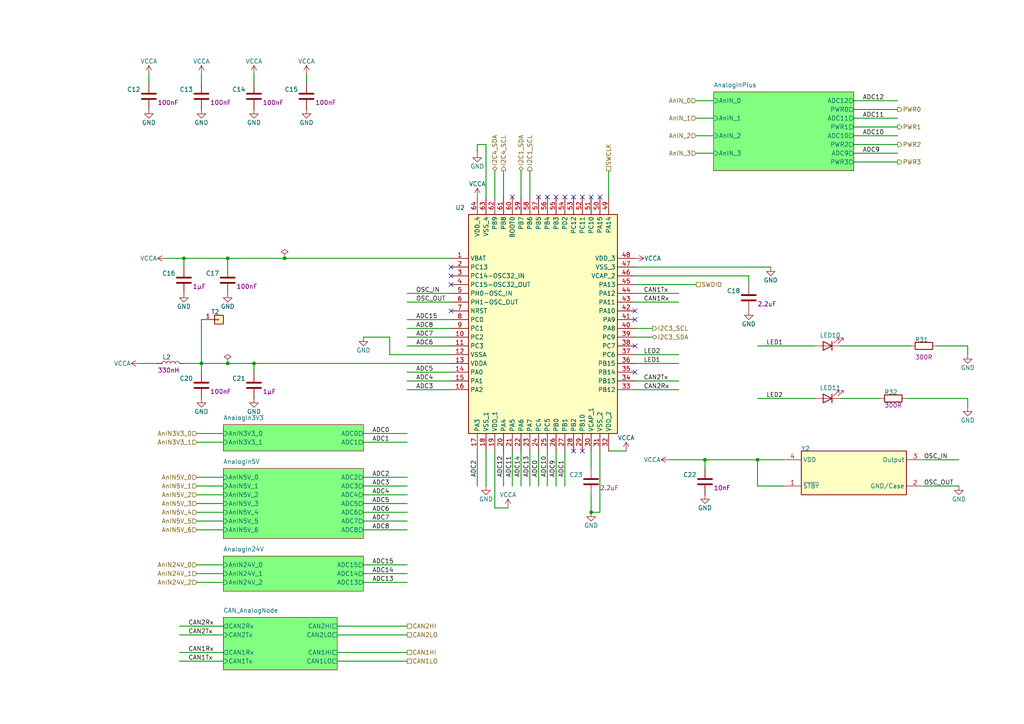
<source format=kicad_sch>
(kicad_sch (version 20231120) (generator "eeschema") (generator_version "8.0")
  (paper "A4")
  (title_block (title "Analog Node") (rev "1"))
  (lib_symbols
    (symbol "Connector_Generic:Conn_01x01" (pin_names (offset 1.016) hide)
      (property "Reference" "J" (at 0 2.54 0))
      (property "Value" "Conn_01x01" (at 0 -2.54 0))
      (symbol "Conn_01x01_1_1"
        (pin passive line (at -5.08 0 0) (length 3.81) (name "Pin_1") (number "1"))
      )
    )
    (symbol "Device:C" (pin_numbers hide) (pin_names (offset 0.254))
      (property "Reference" "C" (at 0.635 2.54 0))
      (property "Value" "C" (at 0.635 -2.54 0))
      (symbol "C_1_1"
        (pin passive line (at 0 3.81 270) (length 2.794) (name "~") (number "1"))
        (pin passive line (at 0 -3.81 90) (length 2.794) (name "~") (number "2"))
      )
    )
    (symbol "Device:L" (pin_numbers hide) (pin_names (offset 1.016) hide)
      (property "Reference" "L" (at -1.27 0 90))
      (property "Value" "L" (at 1.905 0 90))
      (symbol "L_1_1"
        (pin passive line (at 0 3.81 270) (length 1.27) (name "1") (number "1"))
        (pin passive line (at 0 -3.81 90) (length 1.27) (name "2") (number "2"))
      )
    )
    (symbol "Device:LED" (pin_numbers hide) (pin_names (offset 1.016) hide)
      (property "Reference" "D" (at 0 2.54 0))
      (property "Value" "LED" (at 0 -2.54 0))
      (symbol "LED_1_1"
        (pin passive line (at -3.81 0 0) (length 2.54) (name "K") (number "1"))
        (pin passive line (at 3.81 0 180) (length 2.54) (name "A") (number "2"))
      )
    )
    (symbol "Device:R" (pin_numbers hide) (pin_names (offset 0))
      (property "Reference" "R" (at 2.032 0 90))
      (property "Value" "R" (at 0 0 90))
      (symbol "R_1_1"
        (pin passive line (at 0 3.81 270) (length 1.27) (name "~") (number "1"))
        (pin passive line (at 0 -3.81 90) (length 1.27) (name "~") (number "2"))
      )
    )
    (symbol "Untitled-altium-import:root_0_61a724e6190563596ac712fef61ad37"
      (symbol "root_0_61a724e6190563596ac712fef61ad37_1_0"
        (pin input line (at 0 -7.62 0) (length 5.08) (name "~{STBY}") (number "1"))
        (pin power_in line (at 40.64 -7.62 180) (length 5.08) (name "GND/Case") (number "2"))
        (pin output line (at 40.64 0 180) (length 5.08) (name "Output") (number "3"))
        (pin power_in line (at 0 0 0) (length 5.08) (name "VDD") (number "4"))
      )
    )
    (symbol "Untitled-altium-import:root_0_STM32H7B0RBT6"
      (symbol "root_0_STM32H7B0RBT6_1_0"
        (pin passive line (at 0 0 0) (length 5.08) (name "VBAT") (number "1"))
        (pin passive line (at 0 -22.86 0) (length 5.08) (name "PC2") (number "10"))
        (pin passive line (at 0 -25.4 0) (length 5.08) (name "PC3") (number "11"))
        (pin passive line (at 0 -27.94 0) (length 5.08) (name "VSSA") (number "12"))
        (pin passive line (at 0 -30.48 0) (length 5.08) (name "VDDA") (number "13"))
        (pin passive line (at 0 -33.02 0) (length 5.08) (name "PA0") (number "14"))
        (pin passive line (at 0 -35.56 0) (length 5.08) (name "PA1") (number "15"))
        (pin passive line (at 0 -38.1 0) (length 5.08) (name "PA2") (number "16"))
        (pin passive line (at 7.62 -55.88 90) (length 5.08) (name "PA3") (number "17"))
        (pin passive line (at 10.16 -55.88 90) (length 5.08) (name "VSS_1") (number "18"))
        (pin passive line (at 12.7 -55.88 90) (length 5.08) (name "VDD_1") (number "19"))
        (pin passive line (at 0 -2.54 0) (length 5.08) (name "PC13") (number "2"))
        (pin passive line (at 15.24 -55.88 90) (length 5.08) (name "PA4") (number "20"))
        (pin passive line (at 17.78 -55.88 90) (length 5.08) (name "PA5") (number "21"))
        (pin passive line (at 20.32 -55.88 90) (length 5.08) (name "PA6") (number "22"))
        (pin passive line (at 22.86 -55.88 90) (length 5.08) (name "PA7") (number "23"))
        (pin passive line (at 25.4 -55.88 90) (length 5.08) (name "PC4") (number "24"))
        (pin passive line (at 27.94 -55.88 90) (length 5.08) (name "PC5") (number "25"))
        (pin passive line (at 30.48 -55.88 90) (length 5.08) (name "PB0") (number "26"))
        (pin passive line (at 33.02 -55.88 90) (length 5.08) (name "PB1") (number "27"))
        (pin passive line (at 35.56 -55.88 90) (length 5.08) (name "PB2") (number "28"))
        (pin passive line (at 38.1 -55.88 90) (length 5.08) (name "PB10") (number "29"))
        (pin passive line (at 0 -5.08 0) (length 5.08) (name "PC14-OSC32_IN") (number "3"))
        (pin passive line (at 40.64 -55.88 90) (length 5.08) (name "VCAP_1") (number "30"))
        (pin passive line (at 43.18 -55.88 90) (length 5.08) (name "VSS_2") (number "31"))
        (pin passive line (at 45.72 -55.88 90) (length 5.08) (name "VDD_2") (number "32"))
        (pin passive line (at 53.34 -38.1 180) (length 5.08) (name "PB12") (number "33"))
        (pin passive line (at 53.34 -35.56 180) (length 5.08) (name "PB13") (number "34"))
        (pin passive line (at 53.34 -33.02 180) (length 5.08) (name "PB14") (number "35"))
        (pin passive line (at 53.34 -30.48 180) (length 5.08) (name "PB15") (number "36"))
        (pin passive line (at 53.34 -27.94 180) (length 5.08) (name "PC6") (number "37"))
        (pin passive line (at 53.34 -25.4 180) (length 5.08) (name "PC7") (number "38"))
        (pin passive line (at 53.34 -22.86 180) (length 5.08) (name "PC9") (number "39"))
        (pin passive line (at 0 -7.62 0) (length 5.08) (name "PC15-OSC32_OUT") (number "4"))
        (pin passive line (at 53.34 -20.32 180) (length 5.08) (name "PA8") (number "40"))
        (pin passive line (at 53.34 -17.78 180) (length 5.08) (name "PA9") (number "41"))
        (pin passive line (at 53.34 -15.24 180) (length 5.08) (name "PA10") (number "42"))
        (pin passive line (at 53.34 -12.7 180) (length 5.08) (name "PA11") (number "43"))
        (pin passive line (at 53.34 -10.16 180) (length 5.08) (name "PA12") (number "44"))
        (pin passive line (at 53.34 -7.62 180) (length 5.08) (name "PA13") (number "45"))
        (pin passive line (at 53.34 -5.08 180) (length 5.08) (name "VCAP_2") (number "46"))
        (pin passive line (at 53.34 -2.54 180) (length 5.08) (name "VSS_3") (number "47"))
        (pin passive line (at 53.34 0 180) (length 5.08) (name "VDD_3") (number "48"))
        (pin passive line (at 45.72 17.78 270) (length 5.08) (name "PA14") (number "49"))
        (pin passive line (at 0 -10.16 0) (length 5.08) (name "PH0-OSC_IN") (number "5"))
        (pin passive line (at 43.18 17.78 270) (length 5.08) (name "PA15") (number "50"))
        (pin passive line (at 40.64 17.78 270) (length 5.08) (name "PC10") (number "51"))
        (pin passive line (at 38.1 17.78 270) (length 5.08) (name "PC11") (number "52"))
        (pin passive line (at 35.56 17.78 270) (length 5.08) (name "PC12") (number "53"))
        (pin passive line (at 33.02 17.78 270) (length 5.08) (name "PD2") (number "54"))
        (pin passive line (at 30.48 17.78 270) (length 5.08) (name "PB3") (number "55"))
        (pin passive line (at 27.94 17.78 270) (length 5.08) (name "PB4") (number "56"))
        (pin passive line (at 25.4 17.78 270) (length 5.08) (name "PB5") (number "57"))
        (pin passive line (at 22.86 17.78 270) (length 5.08) (name "PB6") (number "58"))
        (pin passive line (at 20.32 17.78 270) (length 5.08) (name "PB7") (number "59"))
        (pin passive line (at 0 -12.7 0) (length 5.08) (name "PH1-OSC_OUT") (number "6"))
        (pin passive line (at 17.78 17.78 270) (length 5.08) (name "BOOT0") (number "60"))
        (pin passive line (at 15.24 17.78 270) (length 5.08) (name "PB8") (number "61"))
        (pin passive line (at 12.7 17.78 270) (length 5.08) (name "PB9") (number "62"))
        (pin passive line (at 10.16 17.78 270) (length 5.08) (name "VSS_4") (number "63"))
        (pin passive line (at 7.62 17.78 270) (length 5.08) (name "VDD_4") (number "64"))
        (pin passive line (at 0 -15.24 0) (length 5.08) (name "NRST") (number "7"))
        (pin passive line (at 0 -17.78 0) (length 5.08) (name "PC0") (number "8"))
        (pin passive line (at 0 -20.32 0) (length 5.08) (name "PC1") (number "9"))
      )
    )
    (symbol "power:GND" (power) (pin_numbers hide) (pin_names (offset 0) hide)
      (property "Value" "GND" (at 0 -3.81 0))
      (symbol "GND_1_1"
        (pin power_in line (at 0 0 270) (length 0) (name "~") (number "1"))
      )
    )
    (symbol "power:PWR_FLAG" (power) (pin_numbers hide) (pin_names (offset 0) hide)
      (property "Value" "PWR_FLAG" (at 0 3.81 0))
      (symbol "PWR_FLAG_0_0"
        (pin power_out line (at 0 0 90) (length 0) (name "~") (number "1"))
      )
    )
    (symbol "power:VCC" (power) (pin_numbers hide) (pin_names (offset 0) hide)
      (property "Value" "VCC" (at 0 3.556 0))
      (symbol "VCC_1_1"
        (pin power_in line (at 0 0 90) (length 0) (name "~") (number "1"))
      )
    )
  )
  (junction (at 53.34 74.93))
  (junction (at 66.04 74.93))
  (junction (at 58.42 105.41))
  (junction (at 66.04 105.41))
  (junction (at 219.71 133.35))
  (junction (at 73.66 105.41))
  (junction (at 171.45 148.59))
  (junction (at 82.55 74.93))
  (junction (at 204.47 133.35))
  (no_connect (at 168.91 130.81))
  (no_connect (at 184.15 107.95))
  (no_connect (at 168.91 57.15))
  (no_connect (at 161.29 57.15))
  (no_connect (at 184.15 92.71))
  (no_connect (at 163.83 57.15))
  (no_connect (at 148.59 57.15))
  (no_connect (at 166.37 57.15))
  (no_connect (at 158.75 57.15))
  (no_connect (at 156.21 57.15))
  (no_connect (at 130.81 82.55))
  (no_connect (at 166.37 130.81))
  (no_connect (at 130.81 77.47))
  (no_connect (at 173.99 57.15))
  (no_connect (at 130.81 80.01))
  (no_connect (at 130.81 90.17))
  (no_connect (at 184.15 100.33))
  (no_connect (at 184.15 90.17))
  (no_connect (at 171.45 57.15))
  (wire (pts (xy 176.53 57.15) (xy 176.53 49.53)) (stroke (width 0.254)))
  (wire (pts (xy 58.42 21.59) (xy 58.42 24.13)) (stroke (width 0.254)))
  (wire (pts (xy 184.15 82.55) (xy 201.93 82.55)) (stroke (width 0.254)))
  (wire (pts (xy 171.45 148.59) (xy 171.45 143.51)) (stroke (width 0.254)))
  (wire (pts (xy 173.99 130.81) (xy 173.99 148.59)) (stroke (width 0.254)))
  (wire (pts (xy 184.15 102.87) (xy 196.85 102.87)) (stroke (width 0.254)))
  (wire (pts (xy 105.41 125.73) (xy 118.11 125.73)) (stroke (width 0.254)))
  (wire (pts (xy 105.41 151.13) (xy 118.11 151.13)) (stroke (width 0.254)))
  (wire (pts (xy 143.51 49.53) (xy 143.51 57.15)) (stroke (width 0.254)))
  (wire (pts (xy 247.65 36.83) (xy 260.35 36.83)) (stroke (width 0.254)))
  (wire (pts (xy 64.77 128.27) (xy 57.15 128.27)) (stroke (width 0.254)))
  (wire (pts (xy 40.64 105.41) (xy 45.72 105.41)) (stroke (width 0.254)))
  (wire (pts (xy 260.35 44.45) (xy 247.65 44.45)) (stroke (width 0.254)))
  (wire (pts (xy 73.66 21.59) (xy 73.66 24.13)) (stroke (width 0.254)))
  (wire (pts (xy 267.97 133.35) (xy 278.13 133.35)) (stroke (width 0.254)))
  (wire (pts (xy 247.65 46.99) (xy 260.35 46.99)) (stroke (width 0.254)))
  (wire (pts (xy 217.17 82.55) (xy 217.17 80.01)) (stroke (width 0.254)))
  (wire (pts (xy 57.15 168.91) (xy 64.77 168.91)) (stroke (width 0.254)))
  (wire (pts (xy 66.04 105.41) (xy 58.42 105.41)) (stroke (width 0.254)))
  (wire (pts (xy 280.67 115.57) (xy 280.67 118.11)) (stroke (width 0.254)))
  (wire (pts (xy 207.01 44.45) (xy 201.93 44.45)) (stroke (width 0.254)))
  (wire (pts (xy 243.84 100.33) (xy 264.16 100.33)) (stroke (width 0.254)))
  (wire (pts (xy 130.81 95.25) (xy 118.11 95.25)) (stroke (width 0.254)))
  (wire (pts (xy 97.79 191.77) (xy 118.11 191.77)) (stroke (width 0.254)))
  (wire (pts (xy 262.89 115.57) (xy 280.67 115.57)) (stroke (width 0.254)))
  (wire (pts (xy 105.41 146.05) (xy 118.11 146.05)) (stroke (width 0.254)))
  (wire (pts (xy 130.81 92.71) (xy 118.11 92.71)) (stroke (width 0.254)))
  (wire (pts (xy 105.41 140.97) (xy 118.11 140.97)) (stroke (width 0.254)))
  (wire (pts (xy 236.22 115.57) (xy 219.71 115.57)) (stroke (width 0.254)))
  (wire (pts (xy 196.85 87.63) (xy 184.15 87.63)) (stroke (width 0.254)))
  (wire (pts (xy 130.81 87.63) (xy 118.11 87.63)) (stroke (width 0.254)))
  (wire (pts (xy 105.41 163.83) (xy 118.11 163.83)) (stroke (width 0.254)))
  (wire (pts (xy 153.67 130.81) (xy 153.67 140.97)) (stroke (width 0.254)))
  (wire (pts (xy 64.77 138.43) (xy 57.15 138.43)) (stroke (width 0.254)))
  (wire (pts (xy 64.77 189.23) (xy 52.07 189.23)) (stroke (width 0.254)))
  (wire (pts (xy 64.77 181.61) (xy 52.07 181.61)) (stroke (width 0.254)))
  (wire (pts (xy 57.15 163.83) (xy 64.77 163.83)) (stroke (width 0.254)))
  (wire (pts (xy 147.32 147.32) (xy 143.51 147.32)) (stroke (width 0.254)))
  (wire (pts (xy 105.41 148.59) (xy 118.11 148.59)) (stroke (width 0.254)))
  (wire (pts (xy 260.35 29.21) (xy 247.65 29.21)) (stroke (width 0.254)))
  (wire (pts (xy 113.03 102.87) (xy 130.81 102.87)) (stroke (width 0.254)))
  (wire (pts (xy 219.71 133.35) (xy 204.47 133.35)) (stroke (width 0.254)))
  (wire (pts (xy 140.97 57.15) (xy 140.97 41.91)) (stroke (width 0.254)))
  (wire (pts (xy 113.03 102.87) (xy 113.03 97.79)) (stroke (width 0.254)))
  (wire (pts (xy 163.83 130.81) (xy 163.83 140.97)) (stroke (width 0.254)))
  (wire (pts (xy 105.41 138.43) (xy 118.11 138.43)) (stroke (width 0.254)))
  (wire (pts (xy 57.15 148.59) (xy 64.77 148.59)) (stroke (width 0.254)))
  (wire (pts (xy 105.41 153.67) (xy 118.11 153.67)) (stroke (width 0.254)))
  (wire (pts (xy 243.84 115.57) (xy 255.27 115.57)) (stroke (width 0.254)))
  (wire (pts (xy 130.81 97.79) (xy 118.11 97.79)) (stroke (width 0.254)))
  (wire (pts (xy 158.75 130.81) (xy 158.75 140.97)) (stroke (width 0.254)))
  (wire (pts (xy 97.79 181.61) (xy 118.11 181.61)) (stroke (width 0.254)))
  (wire (pts (xy 260.35 34.29) (xy 247.65 34.29)) (stroke (width 0.254)))
  (wire (pts (xy 173.99 148.59) (xy 171.45 148.59)) (stroke (width 0.254)))
  (wire (pts (xy 161.29 130.81) (xy 161.29 140.97)) (stroke (width 0.254)))
  (wire (pts (xy 130.81 113.03) (xy 118.11 113.03)) (stroke (width 0.254)))
  (wire (pts (xy 57.15 146.05) (xy 64.77 146.05)) (stroke (width 0.254)))
  (wire (pts (xy 196.85 85.09) (xy 184.15 85.09)) (stroke (width 0.254)))
  (wire (pts (xy 53.34 77.47) (xy 53.34 74.93)) (stroke (width 0.254)))
  (wire (pts (xy 184.15 113.03) (xy 196.85 113.03)) (stroke (width 0.254)))
  (wire (pts (xy 48.26 74.93) (xy 53.34 74.93)) (stroke (width 0.254)))
  (wire (pts (xy 138.43 130.81) (xy 138.43 140.97)) (stroke (width 0.254)))
  (wire (pts (xy 143.51 147.32) (xy 143.51 130.81)) (stroke (width 0.254)))
  (wire (pts (xy 138.43 41.91) (xy 138.43 44.45)) (stroke (width 0.254)))
  (wire (pts (xy 207.01 34.29) (xy 201.93 34.29)) (stroke (width 0.254)))
  (wire (pts (xy 217.17 80.01) (xy 184.15 80.01)) (stroke (width 0.254)))
  (wire (pts (xy 57.15 151.13) (xy 64.77 151.13)) (stroke (width 0.254)))
  (wire (pts (xy 130.81 100.33) (xy 118.11 100.33)) (stroke (width 0.254)))
  (wire (pts (xy 105.41 168.91) (xy 118.11 168.91)) (stroke (width 0.254)))
  (wire (pts (xy 57.15 153.67) (xy 64.77 153.67)) (stroke (width 0.254)))
  (wire (pts (xy 58.42 92.71) (xy 58.42 105.41)) (stroke (width 0.254)))
  (wire (pts (xy 64.77 166.37) (xy 57.15 166.37)) (stroke (width 0.254)))
  (wire (pts (xy 57.15 143.51) (xy 64.77 143.51)) (stroke (width 0.254)))
  (wire (pts (xy 82.55 74.93) (xy 130.81 74.93)) (stroke (width 0.254)))
  (wire (pts (xy 151.13 49.53) (xy 151.13 57.15)) (stroke (width 0.254)))
  (wire (pts (xy 247.65 31.75) (xy 260.35 31.75)) (stroke (width 0.254)))
  (wire (pts (xy 204.47 133.35) (xy 194.31 133.35)) (stroke (width 0.254)))
  (wire (pts (xy 57.15 125.73) (xy 64.77 125.73)) (stroke (width 0.254)))
  (wire (pts (xy 118.11 189.23) (xy 97.79 189.23)) (stroke (width 0.254)))
  (wire (pts (xy 57.15 140.97) (xy 64.77 140.97)) (stroke (width 0.254)))
  (wire (pts (xy 97.79 184.15) (xy 118.11 184.15)) (stroke (width 0.254)))
  (wire (pts (xy 156.21 130.81) (xy 156.21 140.97)) (stroke (width 0.254)))
  (wire (pts (xy 66.04 74.93) (xy 82.55 74.93)) (stroke (width 0.254)))
  (wire (pts (xy 223.52 77.47) (xy 184.15 77.47)) (stroke (width 0.254)))
  (wire (pts (xy 105.41 128.27) (xy 118.11 128.27)) (stroke (width 0.254)))
  (wire (pts (xy 53.34 105.41) (xy 58.42 105.41)) (stroke (width 0.254)))
  (wire (pts (xy 171.45 135.89) (xy 171.45 130.81)) (stroke (width 0.254)))
  (wire (pts (xy 73.66 105.41) (xy 66.04 105.41)) (stroke (width 0.254)))
  (wire (pts (xy 66.04 77.47) (xy 66.04 74.93)) (stroke (width 0.254)))
  (wire (pts (xy 113.03 97.79) (xy 105.41 97.79)) (stroke (width 0.254)))
  (wire (pts (xy 189.23 97.79) (xy 184.15 97.79)) (stroke (width 0.254)))
  (wire (pts (xy 43.18 21.59) (xy 43.18 24.13)) (stroke (width 0.254)))
  (wire (pts (xy 184.15 105.41) (xy 196.85 105.41)) (stroke (width 0.254)))
  (wire (pts (xy 130.81 85.09) (xy 118.11 85.09)) (stroke (width 0.254)))
  (wire (pts (xy 140.97 41.91) (xy 138.43 41.91)) (stroke (width 0.254)))
  (wire (pts (xy 148.59 130.81) (xy 148.59 140.97)) (stroke (width 0.254)))
  (wire (pts (xy 105.41 166.37) (xy 118.11 166.37)) (stroke (width 0.254)))
  (wire (pts (xy 73.66 105.41) (xy 130.81 105.41)) (stroke (width 0.254)))
  (wire (pts (xy 201.93 29.21) (xy 207.01 29.21)) (stroke (width 0.254)))
  (wire (pts (xy 105.41 143.51) (xy 118.11 143.51)) (stroke (width 0.254)))
  (wire (pts (xy 146.05 130.81) (xy 146.05 140.97)) (stroke (width 0.254)))
  (wire (pts (xy 151.13 130.81) (xy 151.13 140.97)) (stroke (width 0.254)))
  (wire (pts (xy 201.93 39.37) (xy 207.01 39.37)) (stroke (width 0.254)))
  (wire (pts (xy 227.33 140.97) (xy 219.71 140.97)) (stroke (width 0.254)))
  (wire (pts (xy 227.33 133.35) (xy 219.71 133.35)) (stroke (width 0.254)))
  (wire (pts (xy 58.42 105.41) (xy 58.42 107.95)) (stroke (width 0.254)))
  (wire (pts (xy 52.07 191.77) (xy 64.77 191.77)) (stroke (width 0.254)))
  (wire (pts (xy 53.34 74.93) (xy 66.04 74.93)) (stroke (width 0.254)))
  (wire (pts (xy 130.81 107.95) (xy 118.11 107.95)) (stroke (width 0.254)))
  (wire (pts (xy 247.65 41.91) (xy 260.35 41.91)) (stroke (width 0.254)))
  (wire (pts (xy 64.77 184.15) (xy 52.07 184.15)) (stroke (width 0.254)))
  (wire (pts (xy 130.81 110.49) (xy 118.11 110.49)) (stroke (width 0.254)))
  (wire (pts (xy 280.67 100.33) (xy 280.67 102.87)) (stroke (width 0.254)))
  (wire (pts (xy 140.97 140.97) (xy 140.97 130.81)) (stroke (width 0.254)))
  (wire (pts (xy 267.97 140.97) (xy 278.13 140.97)) (stroke (width 0.254)))
  (wire (pts (xy 204.47 133.35) (xy 204.47 135.89)) (stroke (width 0.254)))
  (wire (pts (xy 73.66 107.95) (xy 73.66 105.41)) (stroke (width 0.254)))
  (wire (pts (xy 88.9 21.59) (xy 88.9 24.13)) (stroke (width 0.254)))
  (wire (pts (xy 146.05 57.15) (xy 146.05 49.53)) (stroke (width 0.254)))
  (wire (pts (xy 153.67 57.15) (xy 153.67 49.53)) (stroke (width 0.254)))
  (wire (pts (xy 181.61 130.81) (xy 176.53 130.81)) (stroke (width 0.254)))
  (wire (pts (xy 189.23 95.25) (xy 184.15 95.25)) (stroke (width 0.254)))
  (wire (pts (xy 219.71 140.97) (xy 219.71 133.35)) (stroke (width 0.254)))
  (wire (pts (xy 260.35 39.37) (xy 247.65 39.37)) (stroke (width 0.254)))
  (wire (pts (xy 196.85 110.49) (xy 184.15 110.49)) (stroke (width 0.254)))
  (wire (pts (xy 271.78 100.33) (xy 280.67 100.33)) (stroke (width 0.254)))
  (wire (pts (xy 236.22 100.33) (xy 219.71 100.33)) (stroke (width 0.254)))
  (label "ADC0" (at 107.95 125.73 0))
  (label "OSC_IN" (at 120.65 85.09 0))
  (label "ADC8" (at 107.95 153.67 0))
  (label "ADC1" (at 163.83 138.43 90))
  (label "ADC3" (at 107.95 140.97 0))
  (label "ADC2" (at 138.43 138.43 90))
  (label "ADC1" (at 107.95 128.27 0))
  (label "ADC9" (at 161.29 138.43 90))
  (label "ADC11" (at 148.59 138.43 90))
  (label "LED2" (at 186.69 102.87 0))
  (label "OSC_OUT" (at 120.65 87.63 0))
  (label "ADC14" (at 151.13 138.43 90))
  (label "ADC7" (at 107.95 151.13 0))
  (label "LED1" (at 186.69 105.41 0))
  (label "CAN1Rx" (at 186.69 87.63 0))
  (label "ADC12" (at 146.05 138.43 90))
  (label "CAN2Rx" (at 54.61 181.61 0))
  (label "ADC5" (at 120.65 107.95 0))
  (label "ADC6" (at 120.65 100.33 0))
  (label "CAN1Tx" (at 54.61 191.77 0))
  (label "ADC7" (at 120.65 97.79 0))
  (label "ADC6" (at 107.95 148.59 0))
  (label "ADC10" (at 158.75 138.43 90))
  (label "ADC0" (at 156.21 138.43 90))
  (label "LED1" (at 222.25 100.33 0))
  (label "ADC3" (at 120.65 113.03 0))
  (label "ADC10" (at 250.19 39.37 0))
  (label "ADC15" (at 107.95 163.83 0))
  (label "LED2" (at 222.25 115.57 0))
  (label "ADC13" (at 153.67 138.43 90))
  (label "ADC13" (at 107.95 168.91 0))
  (label "CAN1Rx" (at 54.61 189.23 0))
  (label "ADC4" (at 107.95 143.51 0))
  (label "OSC_OUT" (at 267.97 140.97 0))
  (label "CAN2Tx" (at 186.69 110.49 0))
  (label "ADC4" (at 120.65 110.49 0))
  (label "ADC14" (at 107.95 166.37 0))
  (label "ADC2" (at 107.95 138.43 0))
  (label "ADC15" (at 120.65 92.71 0))
  (label "ADC5" (at 107.95 146.05 0))
  (label "OSC_IN" (at 267.97 133.35 0))
  (label "CAN2Rx" (at 186.69 113.03 0))
  (label "CAN2Tx" (at 54.61 184.15 0))
  (label "ADC12" (at 250.19 29.21 0))
  (label "CAN1Tx" (at 186.69 85.09 0))
  (label "ADC8" (at 120.65 95.25 0))
  (label "ADC9" (at 250.19 44.45 0))
  (label "ADC11" (at 250.19 34.29 0))
  (hierarchical_label "AnIN5V_3" (shape input) (at 57.15 146.05 180))
  (hierarchical_label "I2C3_SCL" (shape output) (at 189.23 95.25 0))
  (hierarchical_label "I2C4_SDA" (shape bidirectional) (at 143.51 49.53 90))
  (hierarchical_label "I2C4_SCL" (shape output) (at 146.05 49.53 90))
  (hierarchical_label "CAN2HI" (shape passive) (at 118.11 181.61 0))
  (hierarchical_label "AnIN5V_6" (shape input) (at 57.15 153.67 180))
  (hierarchical_label "PWR1" (shape output) (at 260.35 36.83 0))
  (hierarchical_label "CAN1HI" (shape passive) (at 118.11 189.23 0))
  (hierarchical_label "I2C1_SCL" (shape output) (at 153.67 49.53 90))
  (hierarchical_label "AnIN_2" (shape input) (at 201.93 39.37 180))
  (hierarchical_label "I2C3_SDA" (shape bidirectional) (at 189.23 97.79 0))
  (hierarchical_label "PWR3" (shape output) (at 260.35 46.99 0))
  (hierarchical_label "AnIN5V_5" (shape input) (at 57.15 151.13 180))
  (hierarchical_label "AnIN3V3_0" (shape input) (at 57.15 125.73 180))
  (hierarchical_label "PWR0" (shape output) (at 260.35 31.75 0))
  (hierarchical_label "SWDIO" (shape passive) (at 201.93 82.55 0))
  (hierarchical_label "AnIN24V_2" (shape input) (at 57.15 168.91 180))
  (hierarchical_label "AnIN3V3_1" (shape input) (at 57.15 128.27 180))
  (hierarchical_label "AnIN_1" (shape input) (at 201.93 34.29 180))
  (hierarchical_label "AnIN5V_0" (shape input) (at 57.15 138.43 180))
  (hierarchical_label "PWR2" (shape output) (at 260.35 41.91 0))
  (hierarchical_label "AnIN_0" (shape input) (at 201.93 29.21 180))
  (hierarchical_label "AnIN5V_2" (shape input) (at 57.15 143.51 180))
  (hierarchical_label "AnIN24V_0" (shape input) (at 57.15 163.83 180))
  (hierarchical_label "AnIN_3" (shape input) (at 201.93 44.45 180))
  (hierarchical_label "AnIN5V_4" (shape input) (at 57.15 148.59 180))
  (hierarchical_label "AnIN5V_1" (shape input) (at 57.15 140.97 180))
  (hierarchical_label "CAN2LO" (shape passive) (at 118.11 184.15 0))
  (hierarchical_label "CAN1LO" (shape passive) (at 118.11 191.77 0))
  (hierarchical_label "SWCLK" (shape passive) (at 176.53 49.53 90))
  (hierarchical_label "AnIN24V_1" (shape input) (at 57.15 166.37 180))
  (hierarchical_label "I2C1_SDA" (shape bidirectional) (at 151.13 49.53 90))
  (symbol (lib_id "power:PWR_FLAG") (at 82.55 74.93 0) (unit 1)
    (property "Reference" "#FLG04" (effects (hide yes)))
    (property "Value" "PWR_FLAG" (effects (hide yes)))
    (property "Description" "Special symbol for telling ERC where power comes from" (effects (hide yes)))
  )
  (symbol (lib_id "power:GND") (at 223.52 77.47 0) (unit 1)
    (property "Reference" "#PWR?" (effects (hide yes)))
    (property "Value" "GND" (at 223.52 81.28 0))
    (property "Description" "Power symbol creates a global label with name \"GND\" , ground" (effects (hide yes)))
  )
  (symbol (lib_id "Device:C") (at 73.66 27.94 0) (unit 1)
    (property "Reference" "C14" (at 67.31 26.67 0) (effects (justify left bottom)))
    (property "Value" "08055C104KAT4A" (effects (hide yes)))
    (property "Footprint" "Capacitor_SMD:C_0805_2012Metric_Pad1.18x1.45mm_HandSolder" (effects (hide yes)))
    (property "HEIGHT" "0.94mm" (effects (hide yes)))
    (property "ALTIUM_VALUE" "100nF" (at 76.2 30.48 0) (effects (justify left bottom)))
    (property "CAPACITOR TYPE" "Ceramic" (effects (hide yes)))
    (property "CASE/PACKAGE" "0805" (effects (hide yes)))
    (property "DIELECTRIC MATERIAL" "Ceramic" (effects (hide yes)))
    (property "JESD-609 CODE" "e3" (effects (hide yes)))
    (property "LENGTH" "2.01mm" (effects (hide yes)))
    (property "MAX OPERATING TEMPERATURE" "125°C" (effects (hide yes)))
    (property "MIN OPERATING TEMPERATURE" "-55°C" (effects (hide yes)))
    (property "MOUNTING TECHNOLOGY" "Surface Mount" (effects (hide yes)))
    (property "MULTILAYER" "Yes" (effects (hide yes)))
    (property "PACKAGE SHAPE" "Rectangular" (effects (hide yes)))
    (property "PACKAGE STYLE" "SMTMeter" (effects (hide yes)))
    (property "PACKAGING" "Tape and Reel" (effects (hide yes)))
    (property "PINS" "2" (effects (hide yes)))
    (property "RATED DC VOLTAGE (URDC)" "50V" (effects (hide yes)))
    (property "REACH SVHC COMPLIANT" "Yes" (effects (hide yes)))
    (property "ROHS COMPLIANT" "Yes" (effects (hide yes)))
    (property "TEMPERATURE CHARACTERISTICS CODE" "X7R" (effects (hide yes)))
    (property "TERMINAL FINISH" "Nickel" (effects (hide yes)))
    (property "TERMINATION" "Wraparound" (effects (hide yes)))
    (property "TOLERANCE  (FILL IN AS +-)" "10%" (effects (hide yes)))
    (property "TOLERANCE (FILL IN AS +-)" "10%" (effects (hide yes)))
    (property "WIDTH" "1.25mm" (effects (hide yes)))
  )
  (symbol (lib_id "power:GND") (at 280.67 118.11 0) (unit 1)
    (property "Reference" "#PWR?" (effects (hide yes)))
    (property "Value" "GND" (at 280.67 121.92 0))
    (property "Description" "Power symbol creates a global label with name \"GND\" , ground" (effects (hide yes)))
  )
  (symbol (lib_id "Device:C") (at 204.47 139.7 0) (unit 1)
    (property "Reference" "C22" (at 198.12 138.43 0) (effects (justify left bottom)))
    (property "Value" "C0805C103KARACAUTO" (effects (hide yes)))
    (property "Footprint" "Capacitor_SMD:C_0805_2012Metric_Pad1.18x1.45mm_HandSolder" (effects (hide yes)))
    (property "HEIGHT" "0.78mm" (effects (hide yes)))
    (property "MIN OPERATING TEMPERATURE" "-55°C" (effects (hide yes)))
    (property "LENGTH" "2mm" (effects (hide yes)))
    (property "MAX OPERATING TEMPERATURE" "125°C" (effects (hide yes)))
    (property "CASE/PACKAGE" "0805" (effects (hide yes)))
    (property "WIDTH" "1.25mm" (effects (hide yes)))
    (property "PACKAGING" "Tape and Reel" (effects (hide yes)))
    (property "CAPACITOR TYPE" "Ceramic" (effects (hide yes)))
    (property "DIELECTRIC MATERIAL" "Ceramic" (effects (hide yes)))
    (property "JESD-609 CODE" "e3" (effects (hide yes)))
    (property "MOUNTING TECHNOLOGY" "Surface Mount" (effects (hide yes)))
    (property "MULTILAYER" "Yes" (effects (hide yes)))
    (property "PACKAGE SHAPE" "Rectangular" (effects (hide yes)))
    (property "PACKAGE STYLE" "SMTMeter" (effects (hide yes)))
    (property "PINS" "2" (effects (hide yes)))
    (property "RATED DC VOLTAGE (URDC)" "250V" (effects (hide yes)))
    (property "REACH SVHC COMPLIANT" "Yes" (effects (hide yes)))
    (property "REFERENCE STANDARD" "AEC-Q200" (effects (hide yes)))
    (property "ROHS COMPLIANT" "Yes" (effects (hide yes)))
    (property "TEMPERATURE CHARACTERISTICS CODE" "X7R" (effects (hide yes)))
    (property "TERMINAL FINISH" "Nickel" (effects (hide yes)))
    (property "TERMINATION" "Wraparound" (effects (hide yes)))
    (property "TOLERANCE  (FILL IN AS +-)" "10%" (effects (hide yes)))
    (property "TOLERANCE (FILL IN AS +-)" "10%" (effects (hide yes)))
    (property "ALTIUM_VALUE" "10nF" (at 207.01 142.24 0) (effects (justify left bottom)))
  )
  (symbol (lib_id "power:GND") (at 105.41 97.79 0) (unit 1)
    (property "Reference" "#PWR013" (effects (hide yes)))
    (property "Value" "GND" (at 105.41 101.6 0))
    (property "Description" "Power symbol creates a global label with name \"GND\" , ground" (effects (hide yes)))
  )
  (symbol (lib_id "power:GND") (at 171.45 148.59 0) (unit 1)
    (property "Reference" "#PWR?" (effects (hide yes)))
    (property "Value" "GND" (at 171.45 152.4 0))
    (property "Description" "Power symbol creates a global label with name \"GND\" , ground" (effects (hide yes)))
  )
  (symbol (lib_id "power:GND") (at 280.67 102.87 0) (unit 1)
    (property "Reference" "#PWR?" (effects (hide yes)))
    (property "Value" "GND" (at 280.67 106.68 0))
    (property "Description" "Power symbol creates a global label with name \"GND\" , ground" (effects (hide yes)))
  )
  (symbol (lib_id "power:GND") (at 278.13 140.97 0) (unit 1)
    (property "Reference" "#PWR?" (effects (hide yes)))
    (property "Value" "GND" (at 278.13 144.78 0))
    (property "Description" "Power symbol creates a global label with name \"GND\" , ground" (effects (hide yes)))
  )
  (symbol (lib_id "power:VCC") (at 58.42 21.59 0) (unit 1)
    (property "Reference" "#PWR?" (effects (hide yes)))
    (property "Value" "VCCA" (at 58.42 17.78 0))
    (property "Description" "Power symbol creates a global label with name \"VCC\"" (effects (hide yes)))
  )
  (symbol (lib_id "power:GND") (at 73.66 115.57 0) (unit 1)
    (property "Reference" "#PWR?" (effects (hide yes)))
    (property "Value" "GND" (at 73.66 119.38 0))
    (property "Description" "Power symbol creates a global label with name \"GND\" , ground" (effects (hide yes)))
  )
  (symbol (lib_id "power:GND") (at 217.17 90.17 0) (unit 1)
    (property "Reference" "#PWR?" (effects (hide yes)))
    (property "Value" "GND" (at 217.17 93.98 0))
    (property "Description" "Power symbol creates a global label with name \"GND\" , ground" (effects (hide yes)))
  )
  (symbol (lib_id "power:PWR_FLAG") (at 66.04 105.41 0) (unit 1)
    (property "Reference" "#FLG06" (effects (hide yes)))
    (property "Value" "PWR_FLAG" (effects (hide yes)))
    (property "Description" "Special symbol for telling ERC where power comes from" (effects (hide yes)))
  )
  (symbol (lib_id "Device:C") (at 73.66 111.76 0) (unit 1)
    (property "Reference" "C21" (at 67.31 110.49 0) (effects (justify left bottom)))
    (property "Value" "08053C105KAZ2A" (effects (hide yes)))
    (property "Footprint" "Capacitor_SMD:C_0805_2012Metric_Pad1.18x1.45mm_HandSolder" (effects (hide yes)))
    (property "MAX OPERATING TEMPERATURE" "125°C" (effects (hide yes)))
    (property "CASE/PACKAGE" "0805" (effects (hide yes)))
    (property "PACKAGING" "Tape and Reel" (effects (hide yes)))
    (property "MIN OPERATING TEMPERATURE" "-55°C" (effects (hide yes)))
    (property "CAPACITOR TYPE" "Ceramic" (effects (hide yes)))
    (property "DIELECTRIC MATERIAL" "Ceramic" (effects (hide yes)))
    (property "HEIGHT" "1.4mm" (effects (hide yes)))
    (property "JESD-609 CODE" "e3" (effects (hide yes)))
    (property "LENGTH" "2.01mm" (effects (hide yes)))
    (property "MOUNTING TECHNOLOGY" "Surface Mount" (effects (hide yes)))
    (property "MULTILAYER" "Yes" (effects (hide yes)))
    (property "PACKAGE SHAPE" "Rectangular" (effects (hide yes)))
    (property "PACKAGE STYLE" "SMTMeter" (effects (hide yes)))
    (property "PINS" "2" (effects (hide yes)))
    (property "RATED DC VOLTAGE (URDC)" "25V" (effects (hide yes)))
    (property "REACH SVHC COMPLIANT" "Yes" (effects (hide yes)))
    (property "REFERENCE STANDARD" "AEC-Q200" (effects (hide yes)))
    (property "ROHS COMPLIANT" "Yes" (effects (hide yes)))
    (property "TEMPERATURE CHARACTERISTICS CODE" "X7R" (effects (hide yes)))
    (property "TERMINAL FINISH" "Nickel" (effects (hide yes)))
    (property "TERMINATION" "Wraparound" (effects (hide yes)))
    (property "TOLERANCE  (FILL IN AS +-)" "10%" (effects (hide yes)))
    (property "TOLERANCE (FILL IN AS +-)" "10%" (effects (hide yes)))
    (property "ALTIUM_VALUE" "1µF" (at 76.2 114.3 0) (effects (justify left bottom)))
    (property "WIDTH" "1.25mm" (effects (hide yes)))
  )
  (symbol (lib_id "power:VCC") (at 43.18 21.59 0) (unit 1)
    (property "Reference" "#PWR?" (effects (hide yes)))
    (property "Value" "VCCA" (at 43.18 17.78 0))
    (property "Description" "Power symbol creates a global label with name \"VCC\"" (effects (hide yes)))
  )
  (symbol (lib_id "power:VCC") (at 194.31 133.35 90) (unit 1)
    (property "Reference" "#PWR?" (effects (hide yes)))
    (property "Value" "VCCA" (at 186.69 133.35 90) (effects (justify right)))
    (property "Description" "Power symbol creates a global label with name \"VCC\"" (effects (hide yes)))
  )
  (symbol (lib_id "power:GND") (at 53.34 85.09 0) (unit 1)
    (property "Reference" "#PWR?" (effects (hide yes)))
    (property "Value" "GND" (at 53.34 88.9 0))
    (property "Description" "Power symbol creates a global label with name \"GND\" , ground" (effects (hide yes)))
  )
  (symbol (lib_id "power:GND") (at 204.47 143.51 0) (unit 1)
    (property "Reference" "#PWR?" (effects (hide yes)))
    (property "Value" "GND" (at 204.47 147.32 0))
    (property "Description" "Power symbol creates a global label with name \"GND\" , ground" (effects (hide yes)))
  )
  (symbol (lib_id "power:VCC") (at 147.32 147.32 0) (unit 1)
    (property "Reference" "#PWR?" (effects (hide yes)))
    (property "Value" "VCCA" (at 147.32 143.51 0))
    (property "Description" "Power symbol creates a global label with name \"VCC\"" (effects (hide yes)))
  )
  (symbol (lib_id "power:GND") (at 140.97 140.97 0) (unit 1)
    (property "Reference" "#PWR?" (effects (hide yes)))
    (property "Value" "GND" (at 140.97 144.78 0))
    (property "Description" "Power symbol creates a global label with name \"GND\" , ground" (effects (hide yes)))
  )
  (symbol (lib_id "Device:LED") (at 240.03 100.33 180) (unit 1)
    (property "Reference" "LED10" (at 243.84 96.52 0) (effects (justify left bottom)))
    (property "Value" "SML-210VTT86" (effects (hide yes)))
    (property "Footprint" "LED_SMD:LED_0805_2012Metric" (effects (hide yes)))
    (property "DEVICE CLASS L1" "Optoelectronics" (effects (hide yes)))
    (property "OBSOLETE PART" "true" (effects (hide yes)))
    (property "MANUFACTURER PART NUMBER" "SML-210VTT86" (effects (hide yes)))
    (property "AMBIENT TEMPERATURE RANGE LOW" "-30°C" (effects (hide yes)))
    (property "TEMPERATURE RANGE HIGH" "+85°C" (effects (hide yes)))
    (property "DEVICE CLASS L2" "LEDs" (effects (hide yes)))
    (property "CATEGORY" "Diode" (effects (hide yes)))
    (property "COMPONENTLINK2DESCRIPTION" "Datasheet" (effects (hide yes)))
    (property "MANUFACTURER" "ROHM" (effects (hide yes)))
    (property "MOUSER DESCRIPTION" "Standard LEDs - SMD RED SMD TRANS LENS" (effects (hide yes)))
    (property "AMBIENT TEMPERATURE RANGE HIGH" "+85°C" (effects (hide yes)))
    (property "WAVELENGTH" "630nm" (effects (hide yes)))
    (property "PEAK EMMISION WAVELENGTH" "650nm" (effects (hide yes)))
    (property "LUMINOUS INTENSITY" "4mcd" (effects (hide yes)))
    (property "DIGIKEY DESCRIPTION" "LED RED CLEAR 0805 SMD" (effects (hide yes)))
    (property "TEMPERATURE" "-30°C to +85°C" (effects (hide yes)))
    (property "FORWARD VOLTAGE" "2V" (effects (hide yes)))
    (property "FOOTPRINT URL" "https://eu.mouser.com/datasheet/2/348/sml-21-313092.pdf" (effects (hide yes)))
    (property "FORWARD CURRENT" "20mA" (effects (hide yes)))
    (property "POWER DISSIPATION" "70mW" (effects (hide yes)))
    (property "REVERSE VOLTAGE" "4V" (effects (hide yes)))
    (property "COMPONENTLINK2URL" "https://media.digikey.com/pdf/Data%20Sheets/Rohm%20PDFs/sml-210.pdf" (effects (hide yes)))
    (property "LEAD FREE" "Yes" (effects (hide yes)))
    (property "OCTOPART" "https://octopart.com/sml-210vtt86-rohm-550728" (effects (hide yes)))
    (property "DEVICE CLASS L3" "unset" (effects (hide yes)))
    (property "PACKAGE" "SML-21" (effects (hide yes)))
    (property "AUTOMOTIVE" "No" (effects (hide yes)))
    (property "LED ORIENTATION" "Top View" (effects (hide yes)))
    (property "ROHS" "TRUE" (effects (hide yes)))
    (property "HEIGHT" "0.9mm" (effects (hide yes)))
    (property "TEMPERATURE RANGE LOW" "-30°C" (effects (hide yes)))
    (property "COLOUR" "Red" (effects (hide yes)))
  )
  (symbol (lib_id "power:VCC") (at 73.66 21.59 0) (unit 1)
    (property "Reference" "#PWR?" (effects (hide yes)))
    (property "Value" "VCCA" (at 73.66 17.78 0))
    (property "Description" "Power symbol creates a global label with name \"VCC\"" (effects (hide yes)))
  )
  (symbol (lib_id "power:GND") (at 73.66 31.75 0) (unit 1)
    (property "Reference" "#PWR?" (effects (hide yes)))
    (property "Value" "GND" (at 73.66 35.56 0))
    (property "Description" "Power symbol creates a global label with name \"GND\" , ground" (effects (hide yes)))
  )
  (symbol (lib_id "Untitled-altium-import:root_0_STM32H7B0RBT6") (at 130.81 74.93 0) (unit 1)
    (property "Reference" "U2" (at 132.08 60.96 0) (effects (justify left bottom)))
    (property "Value" "STM32H7B0RBT6" (effects (hide yes)))
    (property "Footprint" "SamacSys.PcbLib:QFP50P1200X1200X160-64N" (effects (hide yes)))
    (property "DATASHEET LINK" "https://www.mouser.com/datasheet/2/389/dm00674684-1799600.pdf" (effects (hide yes)))
    (property "HEIGHT" "1.6mm" (effects (hide yes)))
    (property "MANUFACTURER_NAME" "STMicroelectronics" (effects (hide yes)))
    (property "MANUFACTURER_PART_NUMBER" "STM32H7B0RBT6" (effects (hide yes)))
    (property "MOUSER PART NUMBER" "511-STM32H7B0RBT6" (effects (hide yes)))
    (property "MOUSER PRICE/STOCK" "https://www.mouser.co.uk/ProductDetail/STMicroelectronics/STM32H7B0RBT6?qs=xZ%2FP%252Ba9zWqZ2tzX90GObZw%3D%3D" (effects (hide yes)))
    (property "ARROW PART NUMBER" "STM32H7B0RBT6" (effects (hide yes)))
    (property "ARROW PRICE/STOCK" "https://www.arrow.com/en/products/stm32h7b0rbt6/stmicroelectronics?region=nac" (effects (hide yes)))
  )
  (symbol (lib_id "Device:R") (at 267.97 100.33 90) (unit 1)
    (property "Reference" "R31" (at 269.24 97.79 90) (effects (justify left bottom)))
    (property "Value" "ESR10EZPJ301" (effects (hide yes)))
    (property "Footprint" "Resistor_SMD:R_0805_2012Metric_Pad1.20x1.40mm_HandSolder" (effects (hide yes)))
    (property "TEMPERATURE COEFFICIENT" "200ppm/°C" (effects (hide yes)))
    (property "MAX POWER DISSIPATION" "400mW" (effects (hide yes)))
    (property "MAX OPERATING TEMPERATURE" "155°C" (effects (hide yes)))
    (property "CASE CODE (METRIC)" "2012" (effects (hide yes)))
    (property "HEIGHT - SEATED (MAX)" "0.026inch" (effects (hide yes)))
    (property "CASE CODE (IMPERIAL)" "0805" (effects (hide yes)))
    (property "POWER RATING" "400mW" (effects (hide yes)))
    (property "TOLERANCE" "5%" (effects (hide yes)))
    (property "SIZE CODE" "0805" (effects (hide yes)))
    (property "SERIES" "ESR" (effects (hide yes)))
    (property "ROHS COMPLIANT" "Yes" (effects (hide yes)))
    (property "FEATURES" "Automotive AEC-Q200" (effects (hide yes)))
    (property "MIN OPERATING TEMPERATURE" "-55°C" (effects (hide yes)))
    (property "CASE/PACKAGE" "0805" (effects (hide yes)))
    (property "LENGTH" "0.079inch" (effects (hide yes)))
    (property "NUMBER OF TERMINATIONS" "2" (effects (hide yes)))
    (property "RESISTOR TYPE" "Thick Film" (effects (hide yes)))
    (property "WIDTH" "0.049inch" (effects (hide yes)))
    (property "LEAD FREE" "Lead Free" (effects (hide yes)))
    (property "RESISTANCE" "300R" (at 270.51 102.87 90) (effects (justify left bottom)))
    (property "PACKAGE QUANTITY" "1" (effects (hide yes)))
    (property "PACKAGING" "Tape and Reel" (effects (hide yes)))
    (property "HEIGHT" "0.026inch" (effects (hide yes)))
  )
  (symbol (lib_id "Device:L") (at 49.53 105.41 90) (unit 1)
    (property "Reference" "L2" (at 49.53 102.87 90) (effects (justify left bottom)))
    (property "Value" "BDCC00201208R33MWA" (effects (hide yes)))
    (property "Footprint" "Inductor_SMD:L_0805_2012Metric_Pad1.15x1.40mm_HandSolder" (effects (hide yes)))
    (property "SHIELDING" "Shielded" (effects (hide yes)))
    (property "TEST FREQUENCY" "2MHz" (effects (hide yes)))
    (property "MIN OPERATING TEMPERATURE" "-40°C" (effects (hide yes)))
    (property "TOLERANCE" "20%" (effects (hide yes)))
    (property "DC RESISTANCE (DCR)" "24mR" (effects (hide yes)))
    (property "MAX OPERATING TEMPERATURE" "125°C" (effects (hide yes)))
    (property "TERMINATION" "One Surface" (effects (hide yes)))
    (property "CORE MATERIAL" "Ferrite" (effects (hide yes)))
    (property "CHANNELS" "1" (effects (hide yes)))
    (property "INDUCTANCE-NOM (L)" "0.33uH" (effects (hide yes)))
    (property "INDUCTOR APPLICATION" "RF INDUCTOR" (effects (hide yes)))
    (property "INDUCTOR TYPE" "GENERAL PURPOSE INDUCTOR" (effects (hide yes)))
    (property "MAX CURRENT RATING" "4A" (effects (hide yes)))
    (property "PINS" "2" (effects (hide yes)))
    (property "REACH SVHC COMPLIANT" "Yes" (effects (hide yes)))
    (property "ROHS COMPLIANT" "Yes" (effects (hide yes)))
    (property "SHAPE/SIZE DESCRIPTION" "RECTANGULAR PACKAGE" (effects (hide yes)))
    (property "SURFACE MOUNT" "Yes" (effects (hide yes)))
    (property "TERMINAL PLACEMENT" "Dual Ended" (effects (hide yes)))
    (property "ALTIUM_VALUE" "330nH" (at 52.07 106.68 90) (effects (justify left bottom)))
  )
  (symbol (lib_id "Device:C") (at 171.45 139.7 0) (unit 1)
    (property "Reference" "C23" (at 165.1 138.43 0) (effects (justify left bottom)))
    (property "Value" "GCJ21BR71E225KA01L" (effects (hide yes)))
    (property "Footprint" "Capacitor_SMD:C_0805_2012Metric_Pad1.18x1.45mm_HandSolder" (effects (hide yes)))
    (property "ALTIUM_VALUE" "2.2uF" (at 173.99 142.24 0) (effects (justify left bottom)))
  )
  (symbol (lib_id "power:VCC") (at 181.61 130.81 0) (unit 1)
    (property "Reference" "#PWR?" (effects (hide yes)))
    (property "Value" "VCCA" (at 181.61 127 0))
    (property "Description" "Power symbol creates a global label with name \"VCC\"" (effects (hide yes)))
  )
  (symbol (lib_id "Device:R") (at 259.08 115.57 90) (unit 1)
    (property "Reference" "R32" (at 260.35 113.03 90) (effects (justify left bottom)))
    (property "Value" "ESR10EZPJ301" (effects (hide yes)))
    (property "Footprint" "Resistor_SMD:R_0805_2012Metric_Pad1.20x1.40mm_HandSolder" (effects (hide yes)))
    (property "TEMPERATURE COEFFICIENT" "200ppm/°C" (effects (hide yes)))
    (property "MAX POWER DISSIPATION" "400mW" (effects (hide yes)))
    (property "MAX OPERATING TEMPERATURE" "155°C" (effects (hide yes)))
    (property "CASE CODE (METRIC)" "2012" (effects (hide yes)))
    (property "HEIGHT - SEATED (MAX)" "0.026inch" (effects (hide yes)))
    (property "CASE CODE (IMPERIAL)" "0805" (effects (hide yes)))
    (property "POWER RATING" "400mW" (effects (hide yes)))
    (property "TOLERANCE" "5%" (effects (hide yes)))
    (property "SIZE CODE" "0805" (effects (hide yes)))
    (property "SERIES" "ESR" (effects (hide yes)))
    (property "ROHS COMPLIANT" "Yes" (effects (hide yes)))
    (property "FEATURES" "Automotive AEC-Q200" (effects (hide yes)))
    (property "MIN OPERATING TEMPERATURE" "-55°C" (effects (hide yes)))
    (property "CASE/PACKAGE" "0805" (effects (hide yes)))
    (property "LENGTH" "0.079inch" (effects (hide yes)))
    (property "NUMBER OF TERMINATIONS" "2" (effects (hide yes)))
    (property "RESISTOR TYPE" "Thick Film" (effects (hide yes)))
    (property "WIDTH" "0.049inch" (effects (hide yes)))
    (property "LEAD FREE" "Lead Free" (effects (hide yes)))
    (property "RESISTANCE" "300R" (at 261.62 116.84 90) (effects (justify left bottom)))
    (property "PACKAGE QUANTITY" "1" (effects (hide yes)))
    (property "PACKAGING" "Tape and Reel" (effects (hide yes)))
    (property "HEIGHT" "0.026inch" (effects (hide yes)))
  )
  (symbol (lib_id "Device:C") (at 58.42 27.94 0) (unit 1)
    (property "Reference" "C13" (at 52.07 26.67 0) (effects (justify left bottom)))
    (property "Value" "08055C104KAT4A" (effects (hide yes)))
    (property "Footprint" "Capacitor_SMD:C_0805_2012Metric_Pad1.18x1.45mm_HandSolder" (effects (hide yes)))
    (property "HEIGHT" "0.94mm" (effects (hide yes)))
    (property "ALTIUM_VALUE" "100nF" (at 60.96 30.48 0) (effects (justify left bottom)))
    (property "CAPACITOR TYPE" "Ceramic" (effects (hide yes)))
    (property "CASE/PACKAGE" "0805" (effects (hide yes)))
    (property "DIELECTRIC MATERIAL" "Ceramic" (effects (hide yes)))
    (property "JESD-609 CODE" "e3" (effects (hide yes)))
    (property "LENGTH" "2.01mm" (effects (hide yes)))
    (property "MAX OPERATING TEMPERATURE" "125°C" (effects (hide yes)))
    (property "MIN OPERATING TEMPERATURE" "-55°C" (effects (hide yes)))
    (property "MOUNTING TECHNOLOGY" "Surface Mount" (effects (hide yes)))
    (property "MULTILAYER" "Yes" (effects (hide yes)))
    (property "PACKAGE SHAPE" "Rectangular" (effects (hide yes)))
    (property "PACKAGE STYLE" "SMTMeter" (effects (hide yes)))
    (property "PACKAGING" "Tape and Reel" (effects (hide yes)))
    (property "PINS" "2" (effects (hide yes)))
    (property "RATED DC VOLTAGE (URDC)" "50V" (effects (hide yes)))
    (property "REACH SVHC COMPLIANT" "Yes" (effects (hide yes)))
    (property "ROHS COMPLIANT" "Yes" (effects (hide yes)))
    (property "TEMPERATURE CHARACTERISTICS CODE" "X7R" (effects (hide yes)))
    (property "TERMINAL FINISH" "Nickel" (effects (hide yes)))
    (property "TERMINATION" "Wraparound" (effects (hide yes)))
    (property "TOLERANCE  (FILL IN AS +-)" "10%" (effects (hide yes)))
    (property "TOLERANCE (FILL IN AS +-)" "10%" (effects (hide yes)))
    (property "WIDTH" "1.25mm" (effects (hide yes)))
  )
  (symbol (lib_id "Untitled-altium-import:root_0_61a724e6190563596ac712fef61ad37") (at 227.33 133.35 0) (unit 1)
    (property "Reference" "Y2" (at 232.41 130.81 0) (effects (justify left bottom)))
    (property "Value" "ASE-25.000MHZ-LC-T" (effects (hide yes)))
    (property "Footprint" "Vault:FP-ASE-MFG" (effects (hide yes)))
    (property "LOAD CAPACITANCE" "15pF" (effects (hide yes)))
    (property "MAX OPERATING TEMPERATURE" "85°C" (effects (hide yes)))
    (property "TERMINATION" "SMD/SMT" (effects (hide yes)))
    (property "OPERATING FREQUENCY" "25 MHz" (effects (hide yes)))
    (property "HEIGHT" "0.047inch" (effects (hide yes)))
    (property "FREQUENCY" "25MHz" (effects (hide yes)))
    (property "MIN SUPPLY VOLTAGE" "3.135V" (effects (hide yes)))
    (property "MOUNT" "Surface Mount" (effects (hide yes)))
    (property "NUMBER OF PINS" "4" (effects (hide yes)))
    (property "LENGTH" "3.2mm" (effects (hide yes)))
    (property "PACKAGING" "Tape and Reel" (effects (hide yes)))
    (property "FREQUENCY STABILITY" "50ppm" (effects (hide yes)))
    (property "MAX SUPPLY VOLTAGE" "3.465V" (effects (hide yes)))
    (property "SERIES" "ASE" (effects (hide yes)))
    (property "RADIATION HARDENING" "No" (effects (hide yes)))
    (property "PACKAGE QUANTITY" "1000" (effects (hide yes)))
    (property "WIDTH" "2.5mm" (effects (hide yes)))
    (property "MIN OPERATING TEMPERATURE" "-40°C" (effects (hide yes)))
    (property "LEAD FREE" "Lead Free" (effects (hide yes)))
    (property "CASE/PACKAGE" "SMD/SMT" (effects (hide yes)))
    (property "DEPTH" "2.5mm" (effects (hide yes)))
    (property "OPERATING SUPPLY VOLTAGE" "3.3V" (effects (hide yes)))
    (property "MAX SUPPLY CURRENT" "13mA" (effects (hide yes)))
  )
  (symbol (lib_id "power:VCC") (at 48.26 74.93 90) (unit 1)
    (property "Reference" "#PWR?" (effects (hide yes)))
    (property "Value" "VCCA" (at 40.64 74.93 90) (effects (justify right)))
    (property "Description" "Power symbol creates a global label with name \"VCC\"" (effects (hide yes)))
  )
  (symbol (lib_id "power:GND") (at 88.9 31.75 0) (unit 1)
    (property "Reference" "#PWR?" (effects (hide yes)))
    (property "Value" "GND" (at 88.9 35.56 0))
    (property "Description" "Power symbol creates a global label with name \"GND\" , ground" (effects (hide yes)))
  )
  (symbol (lib_id "Device:C") (at 66.04 81.28 0) (unit 1)
    (property "Reference" "C17" (at 59.69 80.01 0) (effects (justify left bottom)))
    (property "Value" "08055C104KAT4A" (effects (hide yes)))
    (property "Footprint" "Capacitor_SMD:C_0805_2012Metric_Pad1.18x1.45mm_HandSolder" (effects (hide yes)))
    (property "HEIGHT" "0.94mm" (effects (hide yes)))
    (property "ALTIUM_VALUE" "100nF" (at 68.58 83.82 0) (effects (justify left bottom)))
    (property "CAPACITOR TYPE" "Ceramic" (effects (hide yes)))
    (property "CASE/PACKAGE" "0805" (effects (hide yes)))
    (property "DIELECTRIC MATERIAL" "Ceramic" (effects (hide yes)))
    (property "JESD-609 CODE" "e3" (effects (hide yes)))
    (property "LENGTH" "2.01mm" (effects (hide yes)))
    (property "MAX OPERATING TEMPERATURE" "125°C" (effects (hide yes)))
    (property "MIN OPERATING TEMPERATURE" "-55°C" (effects (hide yes)))
    (property "MOUNTING TECHNOLOGY" "Surface Mount" (effects (hide yes)))
    (property "MULTILAYER" "Yes" (effects (hide yes)))
    (property "PACKAGE SHAPE" "Rectangular" (effects (hide yes)))
    (property "PACKAGE STYLE" "SMTMeter" (effects (hide yes)))
    (property "PACKAGING" "Tape and Reel" (effects (hide yes)))
    (property "PINS" "2" (effects (hide yes)))
    (property "RATED DC VOLTAGE (URDC)" "50V" (effects (hide yes)))
    (property "REACH SVHC COMPLIANT" "Yes" (effects (hide yes)))
    (property "ROHS COMPLIANT" "Yes" (effects (hide yes)))
    (property "TEMPERATURE CHARACTERISTICS CODE" "X7R" (effects (hide yes)))
    (property "TERMINAL FINISH" "Nickel" (effects (hide yes)))
    (property "TERMINATION" "Wraparound" (effects (hide yes)))
    (property "TOLERANCE  (FILL IN AS +-)" "10%" (effects (hide yes)))
    (property "TOLERANCE (FILL IN AS +-)" "10%" (effects (hide yes)))
    (property "WIDTH" "1.25mm" (effects (hide yes)))
  )
  (symbol (lib_id "power:GND") (at 58.42 115.57 0) (unit 1)
    (property "Reference" "#PWR?" (effects (hide yes)))
    (property "Value" "GND" (at 58.42 119.38 0))
    (property "Description" "Power symbol creates a global label with name \"GND\" , ground" (effects (hide yes)))
  )
  (symbol (lib_id "Device:C") (at 58.42 111.76 0) (unit 1)
    (property "Reference" "C20" (at 52.07 110.49 0) (effects (justify left bottom)))
    (property "Value" "08055C104KAT4A" (effects (hide yes)))
    (property "Footprint" "Capacitor_SMD:C_0805_2012Metric_Pad1.18x1.45mm_HandSolder" (effects (hide yes)))
    (property "HEIGHT" "0.94mm" (effects (hide yes)))
    (property "ALTIUM_VALUE" "100nF" (at 60.96 114.3 0) (effects (justify left bottom)))
    (property "CAPACITOR TYPE" "Ceramic" (effects (hide yes)))
    (property "CASE/PACKAGE" "0805" (effects (hide yes)))
    (property "DIELECTRIC MATERIAL" "Ceramic" (effects (hide yes)))
    (property "JESD-609 CODE" "e3" (effects (hide yes)))
    (property "LENGTH" "2.01mm" (effects (hide yes)))
    (property "MAX OPERATING TEMPERATURE" "125°C" (effects (hide yes)))
    (property "MIN OPERATING TEMPERATURE" "-55°C" (effects (hide yes)))
    (property "MOUNTING TECHNOLOGY" "Surface Mount" (effects (hide yes)))
    (property "MULTILAYER" "Yes" (effects (hide yes)))
    (property "PACKAGE SHAPE" "Rectangular" (effects (hide yes)))
    (property "PACKAGE STYLE" "SMTMeter" (effects (hide yes)))
    (property "PACKAGING" "Tape and Reel" (effects (hide yes)))
    (property "PINS" "2" (effects (hide yes)))
    (property "RATED DC VOLTAGE (URDC)" "50V" (effects (hide yes)))
    (property "REACH SVHC COMPLIANT" "Yes" (effects (hide yes)))
    (property "ROHS COMPLIANT" "Yes" (effects (hide yes)))
    (property "TEMPERATURE CHARACTERISTICS CODE" "X7R" (effects (hide yes)))
    (property "TERMINAL FINISH" "Nickel" (effects (hide yes)))
    (property "TERMINATION" "Wraparound" (effects (hide yes)))
    (property "TOLERANCE  (FILL IN AS +-)" "10%" (effects (hide yes)))
    (property "TOLERANCE (FILL IN AS +-)" "10%" (effects (hide yes)))
    (property "WIDTH" "1.25mm" (effects (hide yes)))
  )
  (symbol (lib_id "power:GND") (at 43.18 31.75 0) (unit 1)
    (property "Reference" "#PWR?" (effects (hide yes)))
    (property "Value" "GND" (at 43.18 35.56 0))
    (property "Description" "Power symbol creates a global label with name \"GND\" , ground" (effects (hide yes)))
  )
  (symbol (lib_id "power:VCC") (at 138.43 57.15 0) (unit 1)
    (property "Reference" "#PWR?" (effects (hide yes)))
    (property "Value" "VCCA" (at 138.43 53.34 0))
    (property "Description" "Power symbol creates a global label with name \"VCC\"" (effects (hide yes)))
  )
  (symbol (lib_id "power:GND") (at 138.43 44.45 0) (unit 1)
    (property "Reference" "#PWR?" (effects (hide yes)))
    (property "Value" "GND" (at 138.43 48.26 0))
    (property "Description" "Power symbol creates a global label with name \"GND\" , ground" (effects (hide yes)))
  )
  (symbol (lib_id "power:VCC") (at 40.64 105.41 90) (unit 1)
    (property "Reference" "#PWR?" (effects (hide yes)))
    (property "Value" "VCCA" (at 33.02 105.41 90) (effects (justify right)))
    (property "Description" "Power symbol creates a global label with name \"VCC\"" (effects (hide yes)))
  )
  (symbol (lib_id "Device:LED") (at 240.03 115.57 180) (unit 1)
    (property "Reference" "LED11" (at 243.84 111.76 0) (effects (justify left bottom)))
    (property "Value" "SML-210VTT86" (effects (hide yes)))
    (property "Footprint" "LED_SMD:LED_0805_2012Metric" (effects (hide yes)))
    (property "DEVICE CLASS L1" "Optoelectronics" (effects (hide yes)))
    (property "OBSOLETE PART" "true" (effects (hide yes)))
    (property "MANUFACTURER PART NUMBER" "SML-210VTT86" (effects (hide yes)))
    (property "AMBIENT TEMPERATURE RANGE LOW" "-30°C" (effects (hide yes)))
    (property "TEMPERATURE RANGE HIGH" "+85°C" (effects (hide yes)))
    (property "DEVICE CLASS L2" "LEDs" (effects (hide yes)))
    (property "CATEGORY" "Diode" (effects (hide yes)))
    (property "COMPONENTLINK2DESCRIPTION" "Datasheet" (effects (hide yes)))
    (property "MANUFACTURER" "ROHM" (effects (hide yes)))
    (property "MOUSER DESCRIPTION" "Standard LEDs - SMD RED SMD TRANS LENS" (effects (hide yes)))
    (property "AMBIENT TEMPERATURE RANGE HIGH" "+85°C" (effects (hide yes)))
    (property "WAVELENGTH" "630nm" (effects (hide yes)))
    (property "PEAK EMMISION WAVELENGTH" "650nm" (effects (hide yes)))
    (property "LUMINOUS INTENSITY" "4mcd" (effects (hide yes)))
    (property "DIGIKEY DESCRIPTION" "LED RED CLEAR 0805 SMD" (effects (hide yes)))
    (property "TEMPERATURE" "-30°C to +85°C" (effects (hide yes)))
    (property "FORWARD VOLTAGE" "2V" (effects (hide yes)))
    (property "FOOTPRINT URL" "https://eu.mouser.com/datasheet/2/348/sml-21-313092.pdf" (effects (hide yes)))
    (property "FORWARD CURRENT" "20mA" (effects (hide yes)))
    (property "POWER DISSIPATION" "70mW" (effects (hide yes)))
    (property "REVERSE VOLTAGE" "4V" (effects (hide yes)))
    (property "COMPONENTLINK2URL" "https://media.digikey.com/pdf/Data%20Sheets/Rohm%20PDFs/sml-210.pdf" (effects (hide yes)))
    (property "LEAD FREE" "Yes" (effects (hide yes)))
    (property "OCTOPART" "https://octopart.com/sml-210vtt86-rohm-550728" (effects (hide yes)))
    (property "DEVICE CLASS L3" "unset" (effects (hide yes)))
    (property "PACKAGE" "SML-21" (effects (hide yes)))
    (property "AUTOMOTIVE" "No" (effects (hide yes)))
    (property "LED ORIENTATION" "Top View" (effects (hide yes)))
    (property "ROHS" "TRUE" (effects (hide yes)))
    (property "HEIGHT" "0.9mm" (effects (hide yes)))
    (property "TEMPERATURE RANGE LOW" "-30°C" (effects (hide yes)))
    (property "COLOUR" "Red" (effects (hide yes)))
  )
  (symbol (lib_id "power:GND") (at 58.42 31.75 0) (unit 1)
    (property "Reference" "#PWR?" (effects (hide yes)))
    (property "Value" "GND" (at 58.42 35.56 0))
    (property "Description" "Power symbol creates a global label with name \"GND\" , ground" (effects (hide yes)))
  )
  (symbol (lib_id "power:VCC") (at 88.9 21.59 0) (unit 1)
    (property "Reference" "#PWR?" (effects (hide yes)))
    (property "Value" "VCCA" (at 88.9 17.78 0))
    (property "Description" "Power symbol creates a global label with name \"VCC\"" (effects (hide yes)))
  )
  (symbol (lib_id "Device:C") (at 217.17 86.36 0) (unit 1)
    (property "Reference" "C18" (at 210.82 85.09 0) (effects (justify left bottom)))
    (property "Value" "GCJ21BR71E225KA01L" (effects (hide yes)))
    (property "Footprint" "Capacitor_SMD:C_0805_2012Metric_Pad1.18x1.45mm_HandSolder" (effects (hide yes)))
    (property "ALTIUM_VALUE" "2.2uF" (at 219.71 88.9 0) (effects (justify left bottom)))
  )
  (symbol (lib_id "power:VCC") (at 184.15 74.93 270) (unit 1)
    (property "Reference" "#PWR?" (effects (hide yes)))
    (property "Value" "VCCA" (at 191.77 74.93 90) (effects (justify right)))
    (property "Description" "Power symbol creates a global label with name \"VCC\"" (effects (hide yes)))
  )
  (symbol (lib_id "Device:C") (at 43.18 27.94 0) (unit 1)
    (property "Reference" "C12" (at 36.83 26.67 0) (effects (justify left bottom)))
    (property "Value" "08055C104KAT4A" (effects (hide yes)))
    (property "Footprint" "Capacitor_SMD:C_0805_2012Metric_Pad1.18x1.45mm_HandSolder" (effects (hide yes)))
    (property "HEIGHT" "0.94mm" (effects (hide yes)))
    (property "ALTIUM_VALUE" "100nF" (at 45.72 30.48 0) (effects (justify left bottom)))
    (property "CAPACITOR TYPE" "Ceramic" (effects (hide yes)))
    (property "CASE/PACKAGE" "0805" (effects (hide yes)))
    (property "DIELECTRIC MATERIAL" "Ceramic" (effects (hide yes)))
    (property "JESD-609 CODE" "e3" (effects (hide yes)))
    (property "LENGTH" "2.01mm" (effects (hide yes)))
    (property "MAX OPERATING TEMPERATURE" "125°C" (effects (hide yes)))
    (property "MIN OPERATING TEMPERATURE" "-55°C" (effects (hide yes)))
    (property "MOUNTING TECHNOLOGY" "Surface Mount" (effects (hide yes)))
    (property "MULTILAYER" "Yes" (effects (hide yes)))
    (property "PACKAGE SHAPE" "Rectangular" (effects (hide yes)))
    (property "PACKAGE STYLE" "SMTMeter" (effects (hide yes)))
    (property "PACKAGING" "Tape and Reel" (effects (hide yes)))
    (property "PINS" "2" (effects (hide yes)))
    (property "RATED DC VOLTAGE (URDC)" "50V" (effects (hide yes)))
    (property "REACH SVHC COMPLIANT" "Yes" (effects (hide yes)))
    (property "ROHS COMPLIANT" "Yes" (effects (hide yes)))
    (property "TEMPERATURE CHARACTERISTICS CODE" "X7R" (effects (hide yes)))
    (property "TERMINAL FINISH" "Nickel" (effects (hide yes)))
    (property "TERMINATION" "Wraparound" (effects (hide yes)))
    (property "TOLERANCE  (FILL IN AS +-)" "10%" (effects (hide yes)))
    (property "TOLERANCE (FILL IN AS +-)" "10%" (effects (hide yes)))
    (property "WIDTH" "1.25mm" (effects (hide yes)))
  )
  (symbol (lib_id "Device:C") (at 88.9 27.94 0) (unit 1)
    (property "Reference" "C15" (at 82.55 26.67 0) (effects (justify left bottom)))
    (property "Value" "08055C104KAT4A" (effects (hide yes)))
    (property "Footprint" "Capacitor_SMD:C_0805_2012Metric_Pad1.18x1.45mm_HandSolder" (effects (hide yes)))
    (property "HEIGHT" "0.94mm" (effects (hide yes)))
    (property "ALTIUM_VALUE" "100nF" (at 91.44 30.48 0) (effects (justify left bottom)))
    (property "CAPACITOR TYPE" "Ceramic" (effects (hide yes)))
    (property "CASE/PACKAGE" "0805" (effects (hide yes)))
    (property "DIELECTRIC MATERIAL" "Ceramic" (effects (hide yes)))
    (property "JESD-609 CODE" "e3" (effects (hide yes)))
    (property "LENGTH" "2.01mm" (effects (hide yes)))
    (property "MAX OPERATING TEMPERATURE" "125°C" (effects (hide yes)))
    (property "MIN OPERATING TEMPERATURE" "-55°C" (effects (hide yes)))
    (property "MOUNTING TECHNOLOGY" "Surface Mount" (effects (hide yes)))
    (property "MULTILAYER" "Yes" (effects (hide yes)))
    (property "PACKAGE SHAPE" "Rectangular" (effects (hide yes)))
    (property "PACKAGE STYLE" "SMTMeter" (effects (hide yes)))
    (property "PACKAGING" "Tape and Reel" (effects (hide yes)))
    (property "PINS" "2" (effects (hide yes)))
    (property "RATED DC VOLTAGE (URDC)" "50V" (effects (hide yes)))
    (property "REACH SVHC COMPLIANT" "Yes" (effects (hide yes)))
    (property "ROHS COMPLIANT" "Yes" (effects (hide yes)))
    (property "TEMPERATURE CHARACTERISTICS CODE" "X7R" (effects (hide yes)))
    (property "TERMINAL FINISH" "Nickel" (effects (hide yes)))
    (property "TERMINATION" "Wraparound" (effects (hide yes)))
    (property "TOLERANCE  (FILL IN AS +-)" "10%" (effects (hide yes)))
    (property "TOLERANCE (FILL IN AS +-)" "10%" (effects (hide yes)))
    (property "WIDTH" "1.25mm" (effects (hide yes)))
  )
  (symbol (lib_id "Device:C") (at 53.34 81.28 0) (unit 1)
    (property "Reference" "C16" (at 46.99 80.01 0) (effects (justify left bottom)))
    (property "Value" "08053C105KAZ2A" (effects (hide yes)))
    (property "Footprint" "Capacitor_SMD:C_0805_2012Metric_Pad1.18x1.45mm_HandSolder" (effects (hide yes)))
    (property "MAX OPERATING TEMPERATURE" "125°C" (effects (hide yes)))
    (property "CASE/PACKAGE" "0805" (effects (hide yes)))
    (property "PACKAGING" "Tape and Reel" (effects (hide yes)))
    (property "MIN OPERATING TEMPERATURE" "-55°C" (effects (hide yes)))
    (property "CAPACITOR TYPE" "Ceramic" (effects (hide yes)))
    (property "DIELECTRIC MATERIAL" "Ceramic" (effects (hide yes)))
    (property "HEIGHT" "1.4mm" (effects (hide yes)))
    (property "JESD-609 CODE" "e3" (effects (hide yes)))
    (property "LENGTH" "2.01mm" (effects (hide yes)))
    (property "MOUNTING TECHNOLOGY" "Surface Mount" (effects (hide yes)))
    (property "MULTILAYER" "Yes" (effects (hide yes)))
    (property "PACKAGE SHAPE" "Rectangular" (effects (hide yes)))
    (property "PACKAGE STYLE" "SMTMeter" (effects (hide yes)))
    (property "PINS" "2" (effects (hide yes)))
    (property "RATED DC VOLTAGE (URDC)" "25V" (effects (hide yes)))
    (property "REACH SVHC COMPLIANT" "Yes" (effects (hide yes)))
    (property "REFERENCE STANDARD" "AEC-Q200" (effects (hide yes)))
    (property "ROHS COMPLIANT" "Yes" (effects (hide yes)))
    (property "TEMPERATURE CHARACTERISTICS CODE" "X7R" (effects (hide yes)))
    (property "TERMINAL FINISH" "Nickel" (effects (hide yes)))
    (property "TERMINATION" "Wraparound" (effects (hide yes)))
    (property "TOLERANCE  (FILL IN AS +-)" "10%" (effects (hide yes)))
    (property "TOLERANCE (FILL IN AS +-)" "10%" (effects (hide yes)))
    (property "ALTIUM_VALUE" "1µF" (at 55.88 83.82 0) (effects (justify left bottom)))
    (property "WIDTH" "1.25mm" (effects (hide yes)))
  )
  (symbol (lib_id "power:GND") (at 66.04 85.09 0) (unit 1)
    (property "Reference" "#PWR?" (effects (hide yes)))
    (property "Value" "GND" (at 66.04 88.9 0))
    (property "Description" "Power symbol creates a global label with name \"GND\" , ground" (effects (hide yes)))
  )
  (symbol (lib_id "Connector_Generic:Conn_01x01") (at 63.5 92.71 0) (unit 1) (in_bom no)
    (property "Reference" "T2" (at 61.214 91.186 0) (effects (justify left bottom)))
    (property "Value" "Conn_01x01" (effects (hide yes)))
    (property "Footprint" "TestPoint:TestPoint_THTPad_D1.5mm_Drill0.7mm" (effects (hide yes)))
    (property "Description" "Generic connector, single row, 01x01, script generated (kicad-library-utils/schlib/autogen/connector/)" (effects (hide yes)))
  )
  (sheet (at 64.77 161.29) (size 40.64 10.16) (stroke (width 0) (color 128 0 0 1)) (fill (color 128 255 128 1.0000))
    (property "Sheetname" "AnalogIn24V" (at 64.77 160.02 0) (effects (justify left bottom)))
    (property "Sheetfile" "AnalogIn24V.kicad_sch" (effects (hide yes)))
    (pin "ADC15" output (at 105.41 163.83 0))
    (pin "ADC14" output (at 105.41 166.37 0))
    (pin "ADC13" output (at 105.41 168.91 0))
    (pin "AnIN24V_0" input (at 64.77 163.83 180))
    (pin "AnIN24V_1" input (at 64.77 166.37 180))
    (pin "AnIN24V_2" input (at 64.77 168.91 180))
  )
  (sheet (at 64.77 135.89) (size 40.64 20.32) (stroke (width 0) (color 128 0 0 1)) (fill (color 128 255 128 1.0000))
    (property "Sheetname" "AnalogIn5V" (at 64.77 134.62 0) (effects (justify left bottom)))
    (property "Sheetfile" "AnalogIn5V.kicad_sch" (effects (hide yes)))
    (pin "AnIN5V_0" input (at 64.77 138.43 180))
    (pin "AnIN5V_1" input (at 64.77 140.97 180))
    (pin "AnIN5V_3" input (at 64.77 146.05 180))
    (pin "AnIN5V_2" input (at 64.77 143.51 180))
    (pin "AnIN5V_4" input (at 64.77 148.59 180))
    (pin "ADC2" output (at 105.41 138.43 0))
    (pin "ADC3" output (at 105.41 140.97 0))
    (pin "ADC4" output (at 105.41 143.51 0))
    (pin "ADC5" output (at 105.41 146.05 0))
    (pin "ADC6" output (at 105.41 148.59 0))
    (pin "ADC7" output (at 105.41 151.13 0))
    (pin "ADC8" output (at 105.41 153.67 0))
    (pin "AnIN5V_5" input (at 64.77 151.13 180))
    (pin "AnIN5V_6" input (at 64.77 153.67 180))
  )
  (sheet (at 64.77 179.07) (size 33.02 15.24) (stroke (width 0) (color 128 0 0 1)) (fill (color 128 255 128 1.0000))
    (property "Sheetname" "CAN_AnalogNode" (at 64.77 177.8 0) (effects (justify left bottom)))
    (property "Sheetfile" "CAN_AnalogNode.kicad_sch" (effects (hide yes)))
    (pin "CAN2Rx" output (at 64.77 181.61 180))
    (pin "CAN2Tx" input (at 64.77 184.15 180))
    (pin "CAN2HI" passive (at 97.79 181.61 0))
    (pin "CAN2LO" passive (at 97.79 184.15 0))
    (pin "CAN1Rx" output (at 64.77 189.23 180))
    (pin "CAN1Tx" input (at 64.77 191.77 180))
    (pin "CAN1HI" passive (at 97.79 189.23 0))
    (pin "CAN1LO" passive (at 97.79 191.77 0))
  )
  (sheet (at 207.01 26.67) (size 40.64 22.86) (stroke (width 0) (color 128 0 0 1)) (fill (color 128 255 128 1.0000))
    (property "Sheetname" "AnalogInPlus" (at 207.01 25.4 0) (effects (justify left bottom)))
    (property "Sheetfile" "AnalogInPlus.kicad_sch" (effects (hide yes)))
    (pin "ADC12" output (at 247.65 29.21 0))
    (pin "ADC11" output (at 247.65 34.29 0))
    (pin "ADC10" output (at 247.65 39.37 0))
    (pin "ADC9" output (at 247.65 44.45 0))
    (pin "AnIN_0" input (at 207.01 29.21 180))
    (pin "AnIN_1" input (at 207.01 34.29 180))
    (pin "AnIN_2" input (at 207.01 39.37 180))
    (pin "AnIN_3" input (at 207.01 44.45 180))
    (pin "PWR0" output (at 247.65 31.75 0))
    (pin "PWR1" output (at 247.65 36.83 0))
    (pin "PWR2" output (at 247.65 41.91 0))
    (pin "PWR3" output (at 247.65 46.99 0))
  )
  (sheet (at 64.77 123.19) (size 40.64 7.62) (stroke (width 0) (color 128 0 0 1)) (fill (color 128 255 128 1.0000))
    (property "Sheetname" "AnalogIn3V3" (at 64.77 121.92 0) (effects (justify left bottom)))
    (property "Sheetfile" "AnalogIn3V3.kicad_sch" (effects (hide yes)))
    (pin "ADC1" output (at 105.41 128.27 0))
    (pin "ADC0" output (at 105.41 125.73 0))
    (pin "AnIN3V3_0" input (at 64.77 125.73 180))
    (pin "AnIN3V3_1" input (at 64.77 128.27 180))
  )
)
</source>
